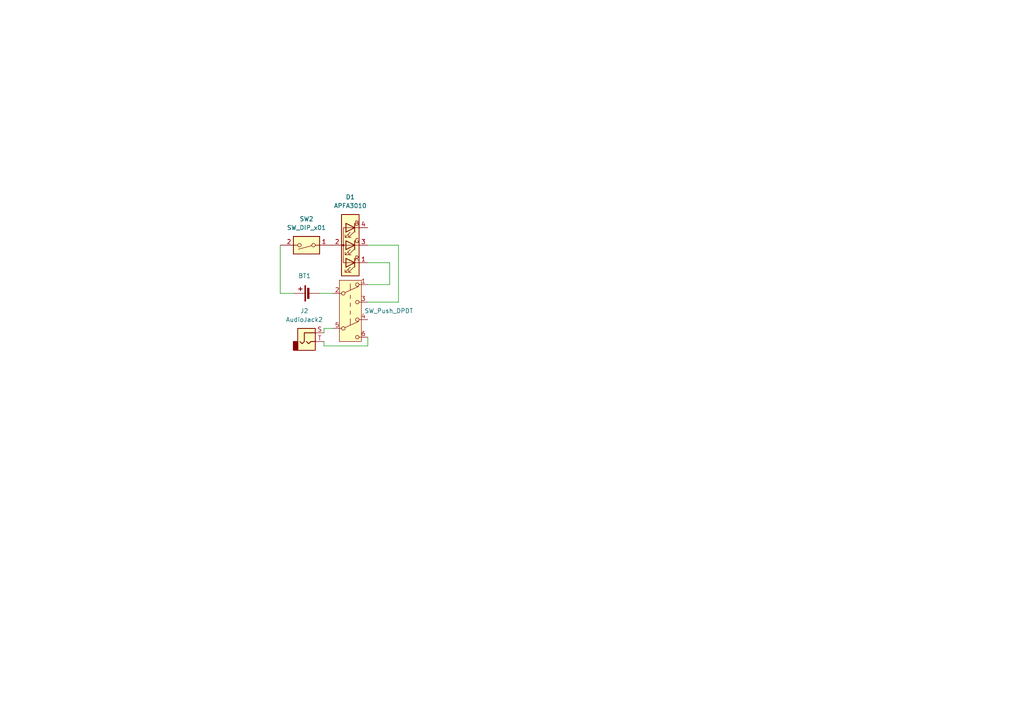
<source format=kicad_sch>
(kicad_sch
	(version 20250114)
	(generator "eeschema")
	(generator_version "9.0")
	(uuid "bb94d5b0-0e56-42ed-a3bb-9841cee2063d")
	(paper "A4")
	(lib_symbols
		(symbol "Connector_Audio:AudioJack2"
			(exclude_from_sim no)
			(in_bom yes)
			(on_board yes)
			(property "Reference" "J"
				(at 0 8.89 0)
				(effects
					(font
						(size 1.27 1.27)
					)
				)
			)
			(property "Value" "AudioJack2"
				(at 0 6.35 0)
				(effects
					(font
						(size 1.27 1.27)
					)
				)
			)
			(property "Footprint" ""
				(at 0 0 0)
				(effects
					(font
						(size 1.27 1.27)
					)
					(hide yes)
				)
			)
			(property "Datasheet" "~"
				(at 0 0 0)
				(effects
					(font
						(size 1.27 1.27)
					)
					(hide yes)
				)
			)
			(property "Description" "Audio Jack, 2 Poles (Mono / TS)"
				(at 0 0 0)
				(effects
					(font
						(size 1.27 1.27)
					)
					(hide yes)
				)
			)
			(property "ki_keywords" "audio jack receptacle mono phone headphone TS connector"
				(at 0 0 0)
				(effects
					(font
						(size 1.27 1.27)
					)
					(hide yes)
				)
			)
			(property "ki_fp_filters" "Jack*"
				(at 0 0 0)
				(effects
					(font
						(size 1.27 1.27)
					)
					(hide yes)
				)
			)
			(symbol "AudioJack2_0_1"
				(rectangle
					(start -3.81 0)
					(end -2.54 -2.54)
					(stroke
						(width 0.254)
						(type default)
					)
					(fill
						(type outline)
					)
				)
				(rectangle
					(start -2.54 3.81)
					(end 2.54 -2.54)
					(stroke
						(width 0.254)
						(type default)
					)
					(fill
						(type background)
					)
				)
				(polyline
					(pts
						(xy 0 0) (xy 0.635 -0.635) (xy 1.27 0) (xy 2.54 0)
					)
					(stroke
						(width 0.254)
						(type default)
					)
					(fill
						(type none)
					)
				)
				(polyline
					(pts
						(xy 2.54 2.54) (xy -0.635 2.54) (xy -0.635 0) (xy -1.27 -0.635) (xy -1.905 0)
					)
					(stroke
						(width 0.254)
						(type default)
					)
					(fill
						(type none)
					)
				)
			)
			(symbol "AudioJack2_1_1"
				(pin passive line
					(at 5.08 2.54 180)
					(length 2.54)
					(name "~"
						(effects
							(font
								(size 1.27 1.27)
							)
						)
					)
					(number "S"
						(effects
							(font
								(size 1.27 1.27)
							)
						)
					)
				)
				(pin passive line
					(at 5.08 0 180)
					(length 2.54)
					(name "~"
						(effects
							(font
								(size 1.27 1.27)
							)
						)
					)
					(number "T"
						(effects
							(font
								(size 1.27 1.27)
							)
						)
					)
				)
			)
			(embedded_fonts no)
		)
		(symbol "Device:Battery_Cell"
			(pin_numbers
				(hide yes)
			)
			(pin_names
				(offset 0)
				(hide yes)
			)
			(exclude_from_sim no)
			(in_bom yes)
			(on_board yes)
			(property "Reference" "BT"
				(at 2.54 2.54 0)
				(effects
					(font
						(size 1.27 1.27)
					)
					(justify left)
				)
			)
			(property "Value" "Battery_Cell"
				(at 2.54 0 0)
				(effects
					(font
						(size 1.27 1.27)
					)
					(justify left)
				)
			)
			(property "Footprint" ""
				(at 0 1.524 90)
				(effects
					(font
						(size 1.27 1.27)
					)
					(hide yes)
				)
			)
			(property "Datasheet" "~"
				(at 0 1.524 90)
				(effects
					(font
						(size 1.27 1.27)
					)
					(hide yes)
				)
			)
			(property "Description" "Single-cell battery"
				(at 0 0 0)
				(effects
					(font
						(size 1.27 1.27)
					)
					(hide yes)
				)
			)
			(property "ki_keywords" "battery cell"
				(at 0 0 0)
				(effects
					(font
						(size 1.27 1.27)
					)
					(hide yes)
				)
			)
			(symbol "Battery_Cell_0_1"
				(rectangle
					(start -2.286 1.778)
					(end 2.286 1.524)
					(stroke
						(width 0)
						(type default)
					)
					(fill
						(type outline)
					)
				)
				(rectangle
					(start -1.524 1.016)
					(end 1.524 0.508)
					(stroke
						(width 0)
						(type default)
					)
					(fill
						(type outline)
					)
				)
				(polyline
					(pts
						(xy 0 1.778) (xy 0 2.54)
					)
					(stroke
						(width 0)
						(type default)
					)
					(fill
						(type none)
					)
				)
				(polyline
					(pts
						(xy 0 0.762) (xy 0 0)
					)
					(stroke
						(width 0)
						(type default)
					)
					(fill
						(type none)
					)
				)
				(polyline
					(pts
						(xy 0.762 3.048) (xy 1.778 3.048)
					)
					(stroke
						(width 0.254)
						(type default)
					)
					(fill
						(type none)
					)
				)
				(polyline
					(pts
						(xy 1.27 3.556) (xy 1.27 2.54)
					)
					(stroke
						(width 0.254)
						(type default)
					)
					(fill
						(type none)
					)
				)
			)
			(symbol "Battery_Cell_1_1"
				(pin passive line
					(at 0 5.08 270)
					(length 2.54)
					(name "+"
						(effects
							(font
								(size 1.27 1.27)
							)
						)
					)
					(number "1"
						(effects
							(font
								(size 1.27 1.27)
							)
						)
					)
				)
				(pin passive line
					(at 0 -2.54 90)
					(length 2.54)
					(name "-"
						(effects
							(font
								(size 1.27 1.27)
							)
						)
					)
					(number "2"
						(effects
							(font
								(size 1.27 1.27)
							)
						)
					)
				)
			)
			(embedded_fonts no)
		)
		(symbol "LED:APFA3010"
			(pin_names
				(offset 0)
				(hide yes)
			)
			(exclude_from_sim no)
			(in_bom yes)
			(on_board yes)
			(property "Reference" "D"
				(at 0 10.16 0)
				(effects
					(font
						(size 1.27 1.27)
					)
				)
			)
			(property "Value" "APFA3010"
				(at 0 -10.16 0)
				(effects
					(font
						(size 1.27 1.27)
					)
				)
			)
			(property "Footprint" "LED_SMD:LED_Kingbright_APFA3010_3x1.5mm_Horizontal"
				(at 0 12.7 0)
				(effects
					(font
						(size 1.27 1.27)
					)
					(hide yes)
				)
			)
			(property "Datasheet" "http://www.kingbrightusa.com/images/catalog/SPEC/APFA3010LSEEZGKQBKC.pdf"
				(at 0 -11.43 0)
				(effects
					(font
						(size 1.27 1.27)
					)
					(hide yes)
				)
			)
			(property "Description" "LED RGB, Common Anode, SMD, 3.0x1.5mm, Horizontal"
				(at 0 0 0)
				(effects
					(font
						(size 1.27 1.27)
					)
					(hide yes)
				)
			)
			(property "ki_keywords" "LED RGB SMD Kingbright APFA3010 Horizontal"
				(at 0 0 0)
				(effects
					(font
						(size 1.27 1.27)
					)
					(hide yes)
				)
			)
			(property "ki_fp_filters" "*Kingbright*APFA3010*3x1.5mm*Horizontal*"
				(at 0 0 0)
				(effects
					(font
						(size 1.27 1.27)
					)
					(hide yes)
				)
			)
			(symbol "APFA3010_0_0"
				(text "R"
					(at -1.905 3.81 0)
					(effects
						(font
							(size 1.27 1.27)
						)
					)
				)
				(text "G"
					(at -1.905 -1.27 0)
					(effects
						(font
							(size 1.27 1.27)
						)
					)
				)
				(text "B"
					(at -1.905 -6.35 0)
					(effects
						(font
							(size 1.27 1.27)
						)
					)
				)
			)
			(symbol "APFA3010_0_1"
				(polyline
					(pts
						(xy -2.54 -5.08) (xy 1.27 -5.08)
					)
					(stroke
						(width 0)
						(type default)
					)
					(fill
						(type none)
					)
				)
				(rectangle
					(start -2.54 -8.89)
					(end 2.54 8.89)
					(stroke
						(width 0.254)
						(type default)
					)
					(fill
						(type background)
					)
				)
				(polyline
					(pts
						(xy -1.27 6.35) (xy -1.27 3.81)
					)
					(stroke
						(width 0.254)
						(type default)
					)
					(fill
						(type none)
					)
				)
				(polyline
					(pts
						(xy -1.27 1.27) (xy -1.27 -1.27)
					)
					(stroke
						(width 0.254)
						(type default)
					)
					(fill
						(type none)
					)
				)
				(polyline
					(pts
						(xy -1.27 -3.81) (xy -1.27 -6.35)
					)
					(stroke
						(width 0.254)
						(type default)
					)
					(fill
						(type none)
					)
				)
				(polyline
					(pts
						(xy -1.016 6.35) (xy 0.508 7.874) (xy -0.254 7.874) (xy 0.508 7.874) (xy 0.508 7.112)
					)
					(stroke
						(width 0)
						(type default)
					)
					(fill
						(type none)
					)
				)
				(polyline
					(pts
						(xy -1.016 1.27) (xy 0.508 2.794) (xy -0.254 2.794) (xy 0.508 2.794) (xy 0.508 2.032)
					)
					(stroke
						(width 0)
						(type default)
					)
					(fill
						(type none)
					)
				)
				(polyline
					(pts
						(xy -1.016 -3.81) (xy 0.508 -2.286) (xy -0.254 -2.286) (xy 0.508 -2.286) (xy 0.508 -3.048)
					)
					(stroke
						(width 0)
						(type default)
					)
					(fill
						(type none)
					)
				)
				(polyline
					(pts
						(xy 0 6.35) (xy 1.524 7.874) (xy 0.762 7.874) (xy 1.524 7.874) (xy 1.524 7.112)
					)
					(stroke
						(width 0)
						(type default)
					)
					(fill
						(type none)
					)
				)
				(polyline
					(pts
						(xy 0 1.27) (xy 1.524 2.794) (xy 0.762 2.794) (xy 1.524 2.794) (xy 1.524 2.032)
					)
					(stroke
						(width 0)
						(type default)
					)
					(fill
						(type none)
					)
				)
				(polyline
					(pts
						(xy 0 -3.81) (xy 1.524 -2.286) (xy 0.762 -2.286) (xy 1.524 -2.286) (xy 1.524 -3.048)
					)
					(stroke
						(width 0)
						(type default)
					)
					(fill
						(type none)
					)
				)
				(polyline
					(pts
						(xy 1.27 6.35) (xy 1.27 3.81) (xy -1.27 5.08) (xy 1.27 6.35)
					)
					(stroke
						(width 0.254)
						(type default)
					)
					(fill
						(type none)
					)
				)
				(rectangle
					(start 1.27 6.35)
					(end 1.27 6.35)
					(stroke
						(width 0)
						(type default)
					)
					(fill
						(type none)
					)
				)
				(polyline
					(pts
						(xy 1.27 5.08) (xy -2.54 5.08)
					)
					(stroke
						(width 0)
						(type default)
					)
					(fill
						(type none)
					)
				)
				(polyline
					(pts
						(xy 1.27 1.27) (xy 1.27 -1.27) (xy -1.27 0) (xy 1.27 1.27)
					)
					(stroke
						(width 0.254)
						(type default)
					)
					(fill
						(type none)
					)
				)
				(polyline
					(pts
						(xy 1.27 -3.81) (xy 1.27 -6.35) (xy -1.27 -5.08) (xy 1.27 -3.81)
					)
					(stroke
						(width 0.254)
						(type default)
					)
					(fill
						(type none)
					)
				)
				(polyline
					(pts
						(xy 1.27 -5.08) (xy 2.032 -5.08) (xy 2.032 5.08) (xy 1.27 5.08)
					)
					(stroke
						(width 0)
						(type default)
					)
					(fill
						(type none)
					)
				)
				(circle
					(center 2.032 0)
					(radius 0.254)
					(stroke
						(width 0)
						(type default)
					)
					(fill
						(type outline)
					)
				)
				(polyline
					(pts
						(xy 2.54 0) (xy -2.54 0)
					)
					(stroke
						(width 0)
						(type default)
					)
					(fill
						(type none)
					)
				)
			)
			(symbol "APFA3010_1_1"
				(pin input line
					(at -5.08 5.08 0)
					(length 2.54)
					(name "R"
						(effects
							(font
								(size 1.27 1.27)
							)
						)
					)
					(number "1"
						(effects
							(font
								(size 1.27 1.27)
							)
						)
					)
				)
				(pin input line
					(at -5.08 0 0)
					(length 2.54)
					(name "G"
						(effects
							(font
								(size 1.27 1.27)
							)
						)
					)
					(number "3"
						(effects
							(font
								(size 1.27 1.27)
							)
						)
					)
				)
				(pin input line
					(at -5.08 -5.08 0)
					(length 2.54)
					(name "B"
						(effects
							(font
								(size 1.27 1.27)
							)
						)
					)
					(number "4"
						(effects
							(font
								(size 1.27 1.27)
							)
						)
					)
				)
				(pin power_in line
					(at 5.08 0 180)
					(length 2.54)
					(name "A"
						(effects
							(font
								(size 1.27 1.27)
							)
						)
					)
					(number "2"
						(effects
							(font
								(size 1.27 1.27)
							)
						)
					)
				)
			)
			(embedded_fonts no)
		)
		(symbol "Switch:SW_DIP_x01"
			(pin_names
				(offset 0)
				(hide yes)
			)
			(exclude_from_sim no)
			(in_bom yes)
			(on_board yes)
			(property "Reference" "SW"
				(at 0 3.81 0)
				(effects
					(font
						(size 1.27 1.27)
					)
				)
			)
			(property "Value" "SW_DIP_x01"
				(at 0 -3.81 0)
				(effects
					(font
						(size 1.27 1.27)
					)
				)
			)
			(property "Footprint" ""
				(at 0 0 0)
				(effects
					(font
						(size 1.27 1.27)
					)
					(hide yes)
				)
			)
			(property "Datasheet" "~"
				(at 0 0 0)
				(effects
					(font
						(size 1.27 1.27)
					)
					(hide yes)
				)
			)
			(property "Description" "1x DIP Switch, Single Pole Single Throw (SPST) switch, small symbol"
				(at 0 0 0)
				(effects
					(font
						(size 1.27 1.27)
					)
					(hide yes)
				)
			)
			(property "ki_keywords" "dip switch"
				(at 0 0 0)
				(effects
					(font
						(size 1.27 1.27)
					)
					(hide yes)
				)
			)
			(property "ki_fp_filters" "SW?DIP?x1*"
				(at 0 0 0)
				(effects
					(font
						(size 1.27 1.27)
					)
					(hide yes)
				)
			)
			(symbol "SW_DIP_x01_0_0"
				(circle
					(center -2.032 0)
					(radius 0.508)
					(stroke
						(width 0)
						(type default)
					)
					(fill
						(type none)
					)
				)
				(polyline
					(pts
						(xy -1.524 0.127) (xy 2.3622 1.1684)
					)
					(stroke
						(width 0)
						(type default)
					)
					(fill
						(type none)
					)
				)
				(circle
					(center 2.032 0)
					(radius 0.508)
					(stroke
						(width 0)
						(type default)
					)
					(fill
						(type none)
					)
				)
			)
			(symbol "SW_DIP_x01_0_1"
				(rectangle
					(start -3.81 2.54)
					(end 3.81 -2.54)
					(stroke
						(width 0.254)
						(type default)
					)
					(fill
						(type background)
					)
				)
			)
			(symbol "SW_DIP_x01_1_1"
				(pin passive line
					(at -7.62 0 0)
					(length 5.08)
					(name "~"
						(effects
							(font
								(size 1.27 1.27)
							)
						)
					)
					(number "1"
						(effects
							(font
								(size 1.27 1.27)
							)
						)
					)
				)
				(pin passive line
					(at 7.62 0 180)
					(length 5.08)
					(name "~"
						(effects
							(font
								(size 1.27 1.27)
							)
						)
					)
					(number "2"
						(effects
							(font
								(size 1.27 1.27)
							)
						)
					)
				)
			)
			(embedded_fonts no)
		)
		(symbol "Switch:SW_Push_DPDT"
			(pin_names
				(offset 0)
				(hide yes)
			)
			(exclude_from_sim no)
			(in_bom yes)
			(on_board yes)
			(property "Reference" "SW"
				(at 0 10.16 0)
				(effects
					(font
						(size 1.27 1.27)
					)
				)
			)
			(property "Value" "SW_Push_DPDT"
				(at 0 -10.16 0)
				(effects
					(font
						(size 1.27 1.27)
					)
				)
			)
			(property "Footprint" ""
				(at 0 5.08 0)
				(effects
					(font
						(size 1.27 1.27)
					)
					(hide yes)
				)
			)
			(property "Datasheet" "~"
				(at 0 5.08 0)
				(effects
					(font
						(size 1.27 1.27)
					)
					(hide yes)
				)
			)
			(property "Description" "Momentary Switch, dual pole double throw"
				(at 0 0 0)
				(effects
					(font
						(size 1.27 1.27)
					)
					(hide yes)
				)
			)
			(property "ki_keywords" "switch dual-pole double-throw spdt ON-ON"
				(at 0 0 0)
				(effects
					(font
						(size 1.27 1.27)
					)
					(hide yes)
				)
			)
			(symbol "SW_Push_DPDT_0_0"
				(circle
					(center -2.032 5.08)
					(radius 0.508)
					(stroke
						(width 0)
						(type default)
					)
					(fill
						(type none)
					)
				)
				(circle
					(center -2.032 -5.08)
					(radius 0.508)
					(stroke
						(width 0)
						(type default)
					)
					(fill
						(type none)
					)
				)
				(circle
					(center 2.032 2.54)
					(radius 0.508)
					(stroke
						(width 0)
						(type default)
					)
					(fill
						(type none)
					)
				)
				(circle
					(center 2.032 -7.62)
					(radius 0.508)
					(stroke
						(width 0)
						(type default)
					)
					(fill
						(type none)
					)
				)
			)
			(symbol "SW_Push_DPDT_0_1"
				(polyline
					(pts
						(xy -1.524 5.334) (xy 2.3368 7.0612)
					)
					(stroke
						(width 0)
						(type default)
					)
					(fill
						(type none)
					)
				)
				(polyline
					(pts
						(xy -1.524 -4.826) (xy 2.3368 -3.0988)
					)
					(stroke
						(width 0)
						(type default)
					)
					(fill
						(type none)
					)
				)
				(polyline
					(pts
						(xy 0 7.874) (xy 0 6.096)
					)
					(stroke
						(width 0)
						(type default)
					)
					(fill
						(type none)
					)
				)
				(polyline
					(pts
						(xy 0 3.556) (xy 0 4.572)
					)
					(stroke
						(width 0)
						(type default)
					)
					(fill
						(type none)
					)
				)
				(polyline
					(pts
						(xy 0 1.27) (xy 0 2.286)
					)
					(stroke
						(width 0)
						(type default)
					)
					(fill
						(type none)
					)
				)
				(polyline
					(pts
						(xy 0 -1.016) (xy 0 0)
					)
					(stroke
						(width 0)
						(type default)
					)
					(fill
						(type none)
					)
				)
				(polyline
					(pts
						(xy 0 -2.286) (xy 0 -4.064)
					)
					(stroke
						(width 0)
						(type default)
					)
					(fill
						(type none)
					)
				)
				(circle
					(center 2.032 7.62)
					(radius 0.508)
					(stroke
						(width 0)
						(type default)
					)
					(fill
						(type none)
					)
				)
				(circle
					(center 2.032 -2.54)
					(radius 0.508)
					(stroke
						(width 0)
						(type default)
					)
					(fill
						(type none)
					)
				)
			)
			(symbol "SW_Push_DPDT_1_1"
				(rectangle
					(start -3.175 8.89)
					(end 3.175 -8.89)
					(stroke
						(width 0)
						(type default)
					)
					(fill
						(type background)
					)
				)
				(pin passive line
					(at -5.08 5.08 0)
					(length 2.54)
					(name "B"
						(effects
							(font
								(size 1.27 1.27)
							)
						)
					)
					(number "2"
						(effects
							(font
								(size 1.27 1.27)
							)
						)
					)
				)
				(pin passive line
					(at -5.08 -5.08 0)
					(length 2.54)
					(name "B"
						(effects
							(font
								(size 1.27 1.27)
							)
						)
					)
					(number "5"
						(effects
							(font
								(size 1.27 1.27)
							)
						)
					)
				)
				(pin passive line
					(at 5.08 7.62 180)
					(length 2.54)
					(name "A"
						(effects
							(font
								(size 1.27 1.27)
							)
						)
					)
					(number "1"
						(effects
							(font
								(size 1.27 1.27)
							)
						)
					)
				)
				(pin passive line
					(at 5.08 2.54 180)
					(length 2.54)
					(name "C"
						(effects
							(font
								(size 1.27 1.27)
							)
						)
					)
					(number "3"
						(effects
							(font
								(size 1.27 1.27)
							)
						)
					)
				)
				(pin passive line
					(at 5.08 -2.54 180)
					(length 2.54)
					(name "A"
						(effects
							(font
								(size 1.27 1.27)
							)
						)
					)
					(number "4"
						(effects
							(font
								(size 1.27 1.27)
							)
						)
					)
				)
				(pin passive line
					(at 5.08 -7.62 180)
					(length 2.54)
					(name "C"
						(effects
							(font
								(size 1.27 1.27)
							)
						)
					)
					(number "6"
						(effects
							(font
								(size 1.27 1.27)
							)
						)
					)
				)
			)
			(embedded_fonts no)
		)
	)
	(wire
		(pts
			(xy 113.03 76.2) (xy 113.03 82.55)
		)
		(stroke
			(width 0)
			(type default)
		)
		(uuid "0d3fc3b3-6fbe-4e63-ba61-f176e8a97632")
	)
	(wire
		(pts
			(xy 93.98 95.25) (xy 93.98 96.52)
		)
		(stroke
			(width 0)
			(type default)
		)
		(uuid "1288db82-7a99-430d-ac4c-9acb499aff33")
	)
	(wire
		(pts
			(xy 81.28 85.09) (xy 81.28 71.12)
		)
		(stroke
			(width 0)
			(type default)
		)
		(uuid "1c7b42f8-58f8-4f09-80f2-3915180bcc7b")
	)
	(wire
		(pts
			(xy 85.09 85.09) (xy 81.28 85.09)
		)
		(stroke
			(width 0)
			(type default)
		)
		(uuid "3d65ea6f-dbc5-4e89-8b45-438d57982157")
	)
	(wire
		(pts
			(xy 93.98 99.06) (xy 93.98 100.33)
		)
		(stroke
			(width 0)
			(type default)
		)
		(uuid "47e05335-b38c-4878-85b5-fea8ecee6dda")
	)
	(wire
		(pts
			(xy 93.98 95.25) (xy 96.52 95.25)
		)
		(stroke
			(width 0)
			(type default)
		)
		(uuid "5607e270-ed6f-4fb8-a067-74a64384cb17")
	)
	(wire
		(pts
			(xy 115.57 87.63) (xy 106.68 87.63)
		)
		(stroke
			(width 0)
			(type default)
		)
		(uuid "6e4cecc3-ff7f-453b-a696-ad58d0fe75a3")
	)
	(wire
		(pts
			(xy 106.68 100.33) (xy 106.68 97.79)
		)
		(stroke
			(width 0)
			(type default)
		)
		(uuid "9f734c48-8558-4c86-9afe-06d6bc83dcb0")
	)
	(wire
		(pts
			(xy 93.98 100.33) (xy 106.68 100.33)
		)
		(stroke
			(width 0)
			(type default)
		)
		(uuid "bc1e5e10-6110-4250-8f58-d05c13179441")
	)
	(wire
		(pts
			(xy 106.68 76.2) (xy 113.03 76.2)
		)
		(stroke
			(width 0)
			(type default)
		)
		(uuid "ced59ca6-7e5d-4a64-96e4-7864630ede0e")
	)
	(wire
		(pts
			(xy 113.03 82.55) (xy 106.68 82.55)
		)
		(stroke
			(width 0)
			(type default)
		)
		(uuid "d2ae774b-1cbd-4247-8793-3e86c3e6babc")
	)
	(wire
		(pts
			(xy 115.57 71.12) (xy 115.57 87.63)
		)
		(stroke
			(width 0)
			(type default)
		)
		(uuid "daf5f107-366a-45fc-a2f0-7381b1f0f81e")
	)
	(wire
		(pts
			(xy 92.71 85.09) (xy 96.52 85.09)
		)
		(stroke
			(width 0)
			(type default)
		)
		(uuid "e1fa2f39-7082-4e17-ab7f-b812a86a333c")
	)
	(wire
		(pts
			(xy 106.68 71.12) (xy 115.57 71.12)
		)
		(stroke
			(width 0)
			(type default)
		)
		(uuid "ee276b9f-e037-41be-bdd5-87a7efa17790")
	)
	(symbol
		(lib_id "LED:APFA3010")
		(at 101.6 71.12 180)
		(unit 1)
		(exclude_from_sim no)
		(in_bom yes)
		(on_board yes)
		(dnp no)
		(fields_autoplaced yes)
		(uuid "04eb9913-375f-4fe8-a496-b9cf57402caa")
		(property "Reference" "D1"
			(at 101.6 57.15 0)
			(effects
				(font
					(size 1.27 1.27)
				)
			)
		)
		(property "Value" "APFA3010"
			(at 101.6 59.69 0)
			(effects
				(font
					(size 1.27 1.27)
				)
			)
		)
		(property "Footprint" "LED_THT:LED_D5.0mm-4_RGB"
			(at 101.6 83.82 0)
			(effects
				(font
					(size 1.27 1.27)
				)
				(hide yes)
			)
		)
		(property "Datasheet" "http://www.kingbrightusa.com/images/catalog/SPEC/APFA3010LSEEZGKQBKC.pdf"
			(at 101.6 59.69 0)
			(effects
				(font
					(size 1.27 1.27)
				)
				(hide yes)
			)
		)
		(property "Description" "LED RGB, Common Anode, SMD, 3.0x1.5mm, Horizontal"
			(at 101.6 71.12 0)
			(effects
				(font
					(size 1.27 1.27)
				)
				(hide yes)
			)
		)
		(pin "4"
			(uuid "252c1e1c-a7a9-4ad3-acee-28f1e23e03b2")
		)
		(pin "1"
			(uuid "1a0935f0-3ae3-4dfe-afd8-794ecc1fa35c")
		)
		(pin "3"
			(uuid "3cf77a80-7538-466b-9ac1-6652d32bf085")
		)
		(pin "2"
			(uuid "a95796b4-f74c-478d-8765-4c9e8cca60bd")
		)
		(instances
			(project ""
				(path "/bb94d5b0-0e56-42ed-a3bb-9841cee2063d"
					(reference "D1")
					(unit 1)
				)
			)
		)
	)
	(symbol
		(lib_id "Switch:SW_DIP_x01")
		(at 88.9 71.12 180)
		(unit 1)
		(exclude_from_sim no)
		(in_bom yes)
		(on_board yes)
		(dnp no)
		(fields_autoplaced yes)
		(uuid "1f183327-44ee-42bb-8ad3-2d8926737196")
		(property "Reference" "SW2"
			(at 88.9 63.5 0)
			(effects
				(font
					(size 1.27 1.27)
				)
			)
		)
		(property "Value" "SW_DIP_x01"
			(at 88.9 66.04 0)
			(effects
				(font
					(size 1.27 1.27)
				)
			)
		)
		(property "Footprint" "Button_Switch_THT:SW_SPST_Omron_B3F-50xx"
			(at 88.9 71.12 0)
			(effects
				(font
					(size 1.27 1.27)
				)
				(hide yes)
			)
		)
		(property "Datasheet" "~"
			(at 88.9 71.12 0)
			(effects
				(font
					(size 1.27 1.27)
				)
				(hide yes)
			)
		)
		(property "Description" "1x DIP Switch, Single Pole Single Throw (SPST) switch, small symbol"
			(at 88.9 71.12 0)
			(effects
				(font
					(size 1.27 1.27)
				)
				(hide yes)
			)
		)
		(pin "1"
			(uuid "c43acd43-ac6e-4821-816e-9ba2c4f0f3cc")
		)
		(pin "2"
			(uuid "627051a7-5df9-4477-b2d4-fa43019a5c89")
		)
		(instances
			(project ""
				(path "/bb94d5b0-0e56-42ed-a3bb-9841cee2063d"
					(reference "SW2")
					(unit 1)
				)
			)
		)
	)
	(symbol
		(lib_id "Device:Battery_Cell")
		(at 90.17 85.09 90)
		(unit 1)
		(exclude_from_sim no)
		(in_bom yes)
		(on_board yes)
		(dnp no)
		(fields_autoplaced yes)
		(uuid "925f95bb-5fac-402a-83ad-063de2cf1f8b")
		(property "Reference" "BT1"
			(at 88.3285 80.01 90)
			(effects
				(font
					(size 1.27 1.27)
				)
			)
		)
		(property "Value" "Battery_Cell"
			(at 89.5984 81.28 0)
			(effects
				(font
					(size 1.27 1.27)
				)
				(justify left)
				(hide yes)
			)
		)
		(property "Footprint" "Battery:BatteryHolder_Keystone_2468_2xAAA"
			(at 88.646 85.09 90)
			(effects
				(font
					(size 1.27 1.27)
				)
				(hide yes)
			)
		)
		(property "Datasheet" "~"
			(at 88.646 85.09 90)
			(effects
				(font
					(size 1.27 1.27)
				)
				(hide yes)
			)
		)
		(property "Description" "Single-cell battery"
			(at 90.17 85.09 0)
			(effects
				(font
					(size 1.27 1.27)
				)
				(hide yes)
			)
		)
		(pin "1"
			(uuid "02e75a9c-0a9d-4c9e-9d66-24265bca9b4b")
		)
		(pin "2"
			(uuid "d78d9cd0-bec2-4f64-b742-9fa6d3086202")
		)
		(instances
			(project ""
				(path "/bb94d5b0-0e56-42ed-a3bb-9841cee2063d"
					(reference "BT1")
					(unit 1)
				)
			)
		)
	)
	(symbol
		(lib_id "Connector_Audio:AudioJack2")
		(at 88.9 99.06 0)
		(unit 1)
		(exclude_from_sim no)
		(in_bom yes)
		(on_board yes)
		(dnp no)
		(fields_autoplaced yes)
		(uuid "bef27db4-f0e1-491f-9b64-e74d9993d837")
		(property "Reference" "J2"
			(at 88.265 90.17 0)
			(effects
				(font
					(size 1.27 1.27)
				)
			)
		)
		(property "Value" "AudioJack2"
			(at 88.265 92.71 0)
			(effects
				(font
					(size 1.27 1.27)
				)
			)
		)
		(property "Footprint" "Connector_Audio:Jack_6.35mm_Neutrik_NMJ6HFD2-AU_Horizontal"
			(at 88.9 99.06 0)
			(effects
				(font
					(size 1.27 1.27)
				)
				(hide yes)
			)
		)
		(property "Datasheet" "~"
			(at 88.9 99.06 0)
			(effects
				(font
					(size 1.27 1.27)
				)
				(hide yes)
			)
		)
		(property "Description" "Audio Jack, 2 Poles (Mono / TS)"
			(at 88.9 99.06 0)
			(effects
				(font
					(size 1.27 1.27)
				)
				(hide yes)
			)
		)
		(pin "T"
			(uuid "355c33eb-232f-4b99-9743-eebe5b8e0f85")
		)
		(pin "S"
			(uuid "6f2c0e9e-3fac-45ec-b8e9-846f965c8a0b")
		)
		(instances
			(project ""
				(path "/bb94d5b0-0e56-42ed-a3bb-9841cee2063d"
					(reference "J2")
					(unit 1)
				)
			)
		)
	)
	(symbol
		(lib_id "Switch:SW_Push_DPDT")
		(at 101.6 90.17 0)
		(unit 1)
		(exclude_from_sim no)
		(in_bom yes)
		(on_board yes)
		(dnp no)
		(uuid "dcb2e0cf-f3be-4b78-a2d7-d5e168888202")
		(property "Reference" "SW1"
			(at 112.776 92.456 0)
			(effects
				(font
					(size 1.27 1.27)
				)
				(hide yes)
			)
		)
		(property "Value" "SW_Push_DPDT"
			(at 112.776 90.17 0)
			(effects
				(font
					(size 1.27 1.27)
				)
			)
		)
		(property "Footprint" "Button_Switch_THT:SW_PUSH_E-Switch_FS5700DP_DPDT"
			(at 101.6 85.09 0)
			(effects
				(font
					(size 1.27 1.27)
				)
				(hide yes)
			)
		)
		(property "Datasheet" "~"
			(at 101.6 85.09 0)
			(effects
				(font
					(size 1.27 1.27)
				)
				(hide yes)
			)
		)
		(property "Description" "Momentary Switch, dual pole double throw"
			(at 101.6 90.17 0)
			(effects
				(font
					(size 1.27 1.27)
				)
				(hide yes)
			)
		)
		(pin "5"
			(uuid "a43200cc-7071-4915-94a8-d961ce517825")
		)
		(pin "3"
			(uuid "84c16291-1e6b-4a8e-bb03-3d883f246079")
		)
		(pin "4"
			(uuid "65c7e2ca-90ec-4d30-8d22-2d468304a87b")
		)
		(pin "2"
			(uuid "ca73d0b1-8de7-4cd2-9f3f-8dff970ef146")
		)
		(pin "1"
			(uuid "fb3646de-ee25-46c5-a6ba-2418bcdadc81")
		)
		(pin "6"
			(uuid "2b049078-2e69-4d8d-94a9-09daa624f387")
		)
		(instances
			(project ""
				(path "/bb94d5b0-0e56-42ed-a3bb-9841cee2063d"
					(reference "SW1")
					(unit 1)
				)
			)
		)
	)
	(sheet_instances
		(path "/"
			(page "1")
		)
	)
	(embedded_fonts no)
)

</source>
